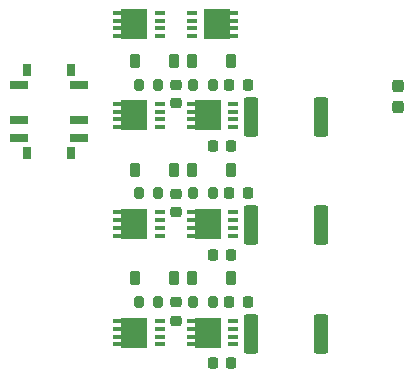
<source format=gbr>
%TF.GenerationSoftware,KiCad,Pcbnew,7.0.11*%
%TF.CreationDate,2024-11-13T01:10:25+09:00*%
%TF.ProjectId,MD,4d442e6b-6963-4616-945f-706362585858,rev?*%
%TF.SameCoordinates,Original*%
%TF.FileFunction,Paste,Top*%
%TF.FilePolarity,Positive*%
%FSLAX46Y46*%
G04 Gerber Fmt 4.6, Leading zero omitted, Abs format (unit mm)*
G04 Created by KiCad (PCBNEW 7.0.11) date 2024-11-13 01:10:25*
%MOMM*%
%LPD*%
G01*
G04 APERTURE LIST*
G04 Aperture macros list*
%AMRoundRect*
0 Rectangle with rounded corners*
0 $1 Rounding radius*
0 $2 $3 $4 $5 $6 $7 $8 $9 X,Y pos of 4 corners*
0 Add a 4 corners polygon primitive as box body*
4,1,4,$2,$3,$4,$5,$6,$7,$8,$9,$2,$3,0*
0 Add four circle primitives for the rounded corners*
1,1,$1+$1,$2,$3*
1,1,$1+$1,$4,$5*
1,1,$1+$1,$6,$7*
1,1,$1+$1,$8,$9*
0 Add four rect primitives between the rounded corners*
20,1,$1+$1,$2,$3,$4,$5,0*
20,1,$1+$1,$4,$5,$6,$7,0*
20,1,$1+$1,$6,$7,$8,$9,0*
20,1,$1+$1,$8,$9,$2,$3,0*%
G04 Aperture macros list end*
%ADD10RoundRect,0.250000X0.362500X1.425000X-0.362500X1.425000X-0.362500X-1.425000X0.362500X-1.425000X0*%
%ADD11RoundRect,0.225000X0.225000X0.250000X-0.225000X0.250000X-0.225000X-0.250000X0.225000X-0.250000X0*%
%ADD12RoundRect,0.225000X-0.225000X-0.375000X0.225000X-0.375000X0.225000X0.375000X-0.225000X0.375000X0*%
%ADD13RoundRect,0.225000X0.250000X-0.225000X0.250000X0.225000X-0.250000X0.225000X-0.250000X-0.225000X0*%
%ADD14RoundRect,0.200000X0.200000X0.275000X-0.200000X0.275000X-0.200000X-0.275000X0.200000X-0.275000X0*%
%ADD15R,0.900000X0.400000*%
%ADD16R,0.900000X0.375000*%
%ADD17R,0.700000X0.400000*%
%ADD18R,2.200000X2.650000*%
%ADD19R,0.700000X0.375000*%
%ADD20RoundRect,0.237500X-0.237500X0.287500X-0.237500X-0.287500X0.237500X-0.287500X0.237500X0.287500X0*%
%ADD21R,1.500000X0.700000*%
%ADD22R,0.800000X1.000000*%
G04 APERTURE END LIST*
D10*
%TO.C,R61*%
X27462500Y-21400000D03*
X21537500Y-21400000D03*
%TD*%
D11*
%TO.C,C41*%
X21275000Y-9500000D03*
X19725000Y-9500000D03*
%TD*%
%TO.C,C38*%
X21275000Y-18700000D03*
X19725000Y-18700000D03*
%TD*%
D12*
%TO.C,D18*%
X11750000Y-7500000D03*
X15050000Y-7500000D03*
%TD*%
D13*
%TO.C,C40*%
X15200000Y-11075000D03*
X15200000Y-9525000D03*
%TD*%
D14*
%TO.C,R67*%
X13725000Y-27900000D03*
X12075000Y-27900000D03*
%TD*%
%TO.C,R68*%
X18325000Y-27900000D03*
X16675000Y-27900000D03*
%TD*%
D15*
%TO.C,Q12*%
X20050000Y-13075000D03*
X20050000Y-12425000D03*
D16*
X20050000Y-11787500D03*
D15*
X20050000Y-11125000D03*
D17*
X16450000Y-13075000D03*
X16450000Y-12425000D03*
D18*
X17900000Y-12100000D03*
D19*
X16450000Y-11787500D03*
D17*
X16450000Y-11125000D03*
%TD*%
D15*
%TO.C,Q10*%
X13850000Y-31475000D03*
X13850000Y-30825000D03*
D16*
X13850000Y-30187500D03*
D15*
X13850000Y-29525000D03*
D17*
X10250000Y-31475000D03*
X10250000Y-30825000D03*
D18*
X11700000Y-30500000D03*
D19*
X10250000Y-30187500D03*
D17*
X10250000Y-29525000D03*
%TD*%
D13*
%TO.C,C37*%
X15200000Y-20275000D03*
X15200000Y-18725000D03*
%TD*%
D10*
%TO.C,R66*%
X27462500Y-12200000D03*
X21537500Y-12200000D03*
%TD*%
D12*
%TO.C,D17*%
X16550000Y-16700000D03*
X19850000Y-16700000D03*
%TD*%
D20*
%TO.C,D1*%
X34013195Y-9625000D03*
X34013195Y-11375000D03*
%TD*%
D14*
%TO.C,R73*%
X13725000Y-9500000D03*
X12075000Y-9500000D03*
%TD*%
D21*
%TO.C,SW4*%
X7000000Y-9500000D03*
X7000000Y-12500000D03*
X7000000Y-14000000D03*
X1900000Y-9500000D03*
X1900000Y-12500000D03*
X1900000Y-14000000D03*
D22*
X6300000Y-8250000D03*
X6300000Y-15250000D03*
X2600000Y-8250000D03*
X2600000Y-15250000D03*
%TD*%
D12*
%TO.C,D15*%
X16550000Y-25900000D03*
X19850000Y-25900000D03*
%TD*%
D15*
%TO.C,Q6*%
X13850000Y-5375000D03*
X13850000Y-4725000D03*
D16*
X13850000Y-4087500D03*
D15*
X13850000Y-3425000D03*
D17*
X10250000Y-5375000D03*
X10250000Y-4725000D03*
D18*
X11700000Y-4400000D03*
D19*
X10250000Y-4087500D03*
D17*
X10250000Y-3425000D03*
%TD*%
D15*
%TO.C,Q9*%
X13850000Y-22275000D03*
X13850000Y-21625000D03*
D16*
X13850000Y-20987500D03*
D15*
X13850000Y-20325000D03*
D17*
X10250000Y-22275000D03*
X10250000Y-21625000D03*
D18*
X11700000Y-21300000D03*
D19*
X10250000Y-20987500D03*
D17*
X10250000Y-20325000D03*
%TD*%
D11*
%TO.C,C34*%
X21275000Y-27900000D03*
X19725000Y-27900000D03*
%TD*%
D13*
%TO.C,C33*%
X15200000Y-29475000D03*
X15200000Y-27925000D03*
%TD*%
D15*
%TO.C,Q8*%
X20050000Y-22275000D03*
X20050000Y-21625000D03*
D16*
X20050000Y-20987500D03*
D15*
X20050000Y-20325000D03*
D17*
X16450000Y-22275000D03*
X16450000Y-21625000D03*
D18*
X17900000Y-21300000D03*
D19*
X16450000Y-20987500D03*
D17*
X16450000Y-20325000D03*
%TD*%
D11*
%TO.C,C35*%
X19875000Y-33100000D03*
X18325000Y-33100000D03*
%TD*%
D12*
%TO.C,D16*%
X11750000Y-16700000D03*
X15050000Y-16700000D03*
%TD*%
D14*
%TO.C,R74*%
X18325000Y-9500000D03*
X16675000Y-9500000D03*
%TD*%
%TO.C,R70*%
X13725000Y-18700000D03*
X12075000Y-18700000D03*
%TD*%
D12*
%TO.C,D19*%
X16550000Y-7500000D03*
X19850000Y-7500000D03*
%TD*%
%TO.C,D14*%
X11750000Y-25900000D03*
X15050000Y-25900000D03*
%TD*%
D10*
%TO.C,R56*%
X27462500Y-30600000D03*
X21537500Y-30600000D03*
%TD*%
D11*
%TO.C,C39*%
X19875000Y-14700000D03*
X18325000Y-14700000D03*
%TD*%
D15*
%TO.C,Q11*%
X13850000Y-13075000D03*
X13850000Y-12425000D03*
D16*
X13850000Y-11787500D03*
D15*
X13850000Y-11125000D03*
D17*
X10250000Y-13075000D03*
X10250000Y-12425000D03*
D18*
X11700000Y-12100000D03*
D19*
X10250000Y-11787500D03*
D17*
X10250000Y-11125000D03*
%TD*%
D14*
%TO.C,R71*%
X18325000Y-18700000D03*
X16675000Y-18700000D03*
%TD*%
D15*
%TO.C,Q7*%
X20050000Y-31475000D03*
X20050000Y-30825000D03*
D16*
X20050000Y-30187500D03*
D15*
X20050000Y-29525000D03*
D17*
X16450000Y-31475000D03*
X16450000Y-30825000D03*
D18*
X17900000Y-30500000D03*
D19*
X16450000Y-30187500D03*
D17*
X16450000Y-29525000D03*
%TD*%
D11*
%TO.C,C36*%
X19875000Y-23900000D03*
X18325000Y-23900000D03*
%TD*%
D15*
%TO.C,Q2*%
X16550000Y-3425000D03*
X16550000Y-4075000D03*
D16*
X16550000Y-4712500D03*
D15*
X16550000Y-5375000D03*
D17*
X20150000Y-3425000D03*
X20150000Y-4075000D03*
D18*
X18700000Y-4400000D03*
D19*
X20150000Y-4712500D03*
D17*
X20150000Y-5375000D03*
%TD*%
M02*

</source>
